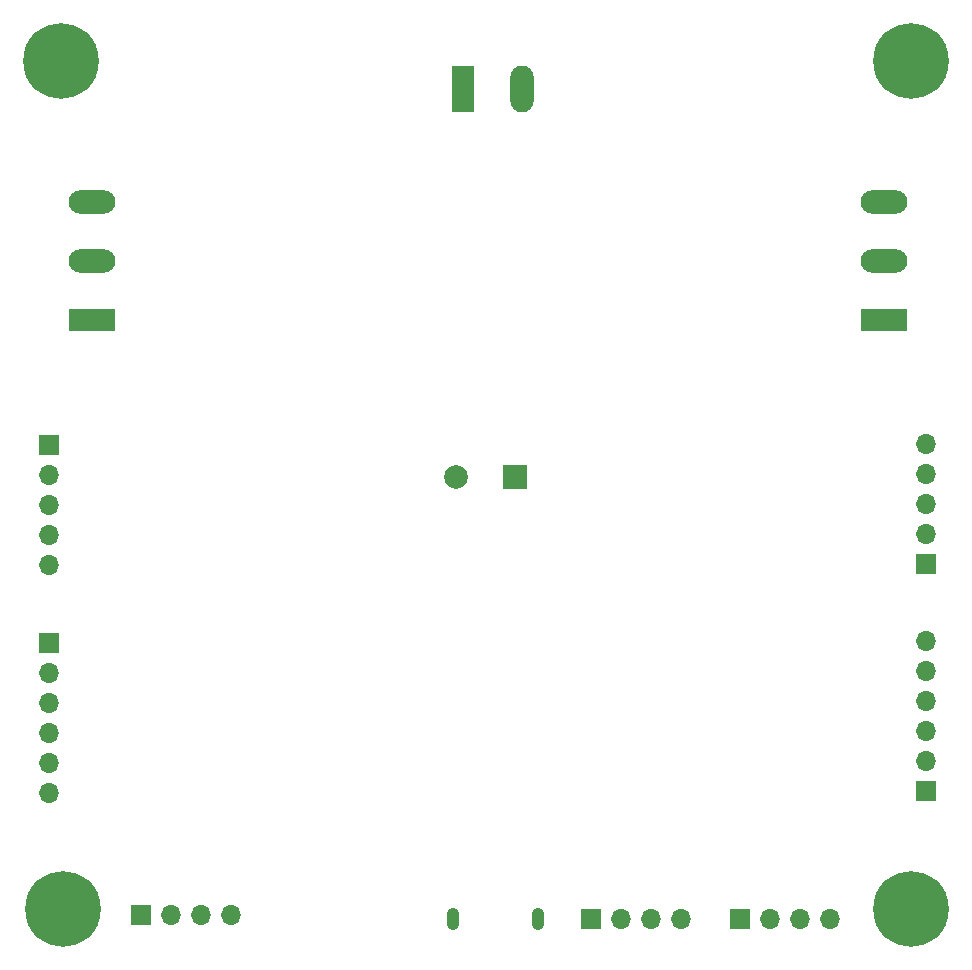
<source format=gbr>
%TF.GenerationSoftware,KiCad,Pcbnew,5.1.9-73d0e3b20d~88~ubuntu20.04.1*%
%TF.CreationDate,2021-01-12T21:49:49+00:00*%
%TF.ProjectId,driva-x2,64726976-612d-4783-922e-6b696361645f,rev?*%
%TF.SameCoordinates,Original*%
%TF.FileFunction,Soldermask,Bot*%
%TF.FilePolarity,Negative*%
%FSLAX46Y46*%
G04 Gerber Fmt 4.6, Leading zero omitted, Abs format (unit mm)*
G04 Created by KiCad (PCBNEW 5.1.9-73d0e3b20d~88~ubuntu20.04.1) date 2021-01-12 21:49:49*
%MOMM*%
%LPD*%
G01*
G04 APERTURE LIST*
%ADD10R,2.000000X2.000000*%
%ADD11C,2.000000*%
%ADD12C,6.400000*%
%ADD13C,0.800000*%
%ADD14O,1.700000X1.700000*%
%ADD15R,1.700000X1.700000*%
%ADD16O,1.050000X1.900000*%
%ADD17O,3.960000X1.980000*%
%ADD18R,3.960000X1.980000*%
%ADD19R,1.980000X3.960000*%
%ADD20O,1.980000X3.960000*%
G04 APERTURE END LIST*
D10*
%TO.C,C11*%
X114450000Y-69225000D03*
D11*
X109450000Y-69225000D03*
%TD*%
D12*
%TO.C,H1*%
X76000000Y-34000000D03*
D13*
X78400000Y-34000000D03*
X77697056Y-35697056D03*
X76000000Y-36400000D03*
X74302944Y-35697056D03*
X73600000Y-34000000D03*
X74302944Y-32302944D03*
X76000000Y-31600000D03*
X77697056Y-32302944D03*
%TD*%
%TO.C,H2*%
X149697056Y-32302944D03*
X148000000Y-31600000D03*
X146302944Y-32302944D03*
X145600000Y-34000000D03*
X146302944Y-35697056D03*
X148000000Y-36400000D03*
X149697056Y-35697056D03*
X150400000Y-34000000D03*
D12*
X148000000Y-34000000D03*
%TD*%
%TO.C,H3*%
X148000000Y-105800000D03*
D13*
X150400000Y-105800000D03*
X149697056Y-107497056D03*
X148000000Y-108200000D03*
X146302944Y-107497056D03*
X145600000Y-105800000D03*
X146302944Y-104102944D03*
X148000000Y-103400000D03*
X149697056Y-104102944D03*
%TD*%
%TO.C,H4*%
X77897056Y-104102944D03*
X76200000Y-103400000D03*
X74502944Y-104102944D03*
X73800000Y-105800000D03*
X74502944Y-107497056D03*
X76200000Y-108200000D03*
X77897056Y-107497056D03*
X78600000Y-105800000D03*
D12*
X76200000Y-105800000D03*
%TD*%
D14*
%TO.C,J1*%
X75000000Y-76660000D03*
X75000000Y-74120000D03*
X75000000Y-71580000D03*
X75000000Y-69040000D03*
D15*
X75000000Y-66500000D03*
%TD*%
%TO.C,J2*%
X120900000Y-106600000D03*
D14*
X123440000Y-106600000D03*
X125980000Y-106600000D03*
X128520000Y-106600000D03*
%TD*%
D16*
%TO.C,J3*%
X109225000Y-106600000D03*
X116375000Y-106600000D03*
%TD*%
D17*
%TO.C,J4*%
X78600000Y-45900000D03*
X78600000Y-50900000D03*
D18*
X78600000Y-55900000D03*
%TD*%
D15*
%TO.C,J5*%
X133520000Y-106600000D03*
D14*
X136060000Y-106600000D03*
X138600000Y-106600000D03*
X141140000Y-106600000D03*
%TD*%
D18*
%TO.C,J6*%
X145700000Y-55900000D03*
D17*
X145700000Y-50900000D03*
X145700000Y-45900000D03*
%TD*%
D14*
%TO.C,J7*%
X75000000Y-96000000D03*
X75000000Y-93460000D03*
X75000000Y-90920000D03*
X75000000Y-88380000D03*
X75000000Y-85840000D03*
D15*
X75000000Y-83300000D03*
%TD*%
%TO.C,J8*%
X149200000Y-95800000D03*
D14*
X149200000Y-93260000D03*
X149200000Y-90720000D03*
X149200000Y-88180000D03*
X149200000Y-85640000D03*
X149200000Y-83100000D03*
%TD*%
D15*
%TO.C,J9*%
X149200000Y-76620000D03*
D14*
X149200000Y-74080000D03*
X149200000Y-71540000D03*
X149200000Y-69000000D03*
X149200000Y-66460000D03*
%TD*%
%TO.C,J10*%
X90420000Y-106300000D03*
X87880000Y-106300000D03*
X85340000Y-106300000D03*
D15*
X82800000Y-106300000D03*
%TD*%
D19*
%TO.C,J11*%
X110000000Y-36400000D03*
D20*
X115000000Y-36400000D03*
%TD*%
M02*

</source>
